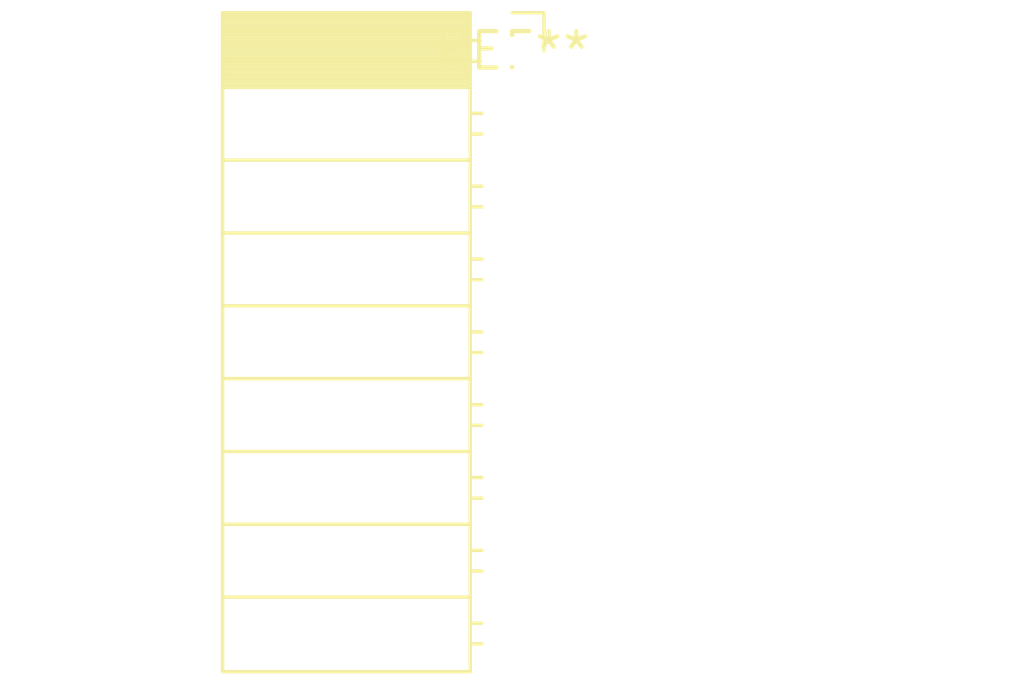
<source format=kicad_pcb>
(kicad_pcb (version 20240108) (generator pcbnew)
  (layers (0 "F.Cu" signal) (31 "B.Cu" signal) (34 "B.Paste" user) (35 "F.Paste" user) (36 "B.SilkS" user "B.Silkscreen") (37 "F.SilkS" user "F.Silkscreen") (38 "B.Mask" user) (39 "F.Mask" user) (44 "Edge.Cuts" user))
  (net 0 "")
  (footprint "PinSocket_1x09_P2.54mm_Horizontal" (layer "F.Cu") (at 0 0)
    (property "Reference" "REF**")
    (property "Value" "PinSocket_1x09_P2.54mm_Horizontal")
    (fp_line (start -10.09 -1.33) (end -10.09 21.65) (layer "F.SilkS") (stroke (width 0.12)))
    (fp_line (start -10.09 -1.33) (end -1.46 -1.33) (layer "F.SilkS") (stroke (width 0.12)))
    (fp_line (start -10.09 -1.21) (end -1.46 -1.21) (layer "F.SilkS") (stroke (width 0.12)))
    (fp_line (start -10.09 -1.091905) (end -1.46 -1.091905) (layer "F.SilkS") (stroke (width 0.12)))
    (fp_line (start -10.09 -0.97381) (end -1.46 -0.97381) (layer "F.SilkS") (stroke (width 0.12)))
    (fp_line (start -10.09 -0.855715) (end -1.46 -0.855715) (layer "F.SilkS") (stroke (width 0.12)))
    (fp_line (start -10.09 -0.73762) (end -1.46 -0.73762) (layer "F.SilkS") (stroke (width 0.12)))
    (fp_line (start -10.09 -0.619525) (end -1.46 -0.619525) (layer "F.SilkS") (stroke (width 0.12)))
    (fp_line (start -10.09 -0.50143) (end -1.46 -0.50143) (layer "F.SilkS") (stroke (width 0.12)))
    (fp_line (start -10.09 -0.383335) (end -1.46 -0.383335) (layer "F.SilkS") (stroke (width 0.12)))
    (fp_line (start -10.09 -0.26524) (end -1.46 -0.26524) (layer "F.SilkS") (stroke (width 0.12)))
    (fp_line (start -10.09 -0.147145) (end -1.46 -0.147145) (layer "F.SilkS") (stroke (width 0.12)))
    (fp_line (start -10.09 -0.02905) (end -1.46 -0.02905) (layer "F.SilkS") (stroke (width 0.12)))
    (fp_line (start -10.09 0.089045) (end -1.46 0.089045) (layer "F.SilkS") (stroke (width 0.12)))
    (fp_line (start -10.09 0.20714) (end -1.46 0.20714) (layer "F.SilkS") (stroke (width 0.12)))
    (fp_line (start -10.09 0.325235) (end -1.46 0.325235) (layer "F.SilkS") (stroke (width 0.12)))
    (fp_line (start -10.09 0.44333) (end -1.46 0.44333) (layer "F.SilkS") (stroke (width 0.12)))
    (fp_line (start -10.09 0.561425) (end -1.46 0.561425) (layer "F.SilkS") (stroke (width 0.12)))
    (fp_line (start -10.09 0.67952) (end -1.46 0.67952) (layer "F.SilkS") (stroke (width 0.12)))
    (fp_line (start -10.09 0.797615) (end -1.46 0.797615) (layer "F.SilkS") (stroke (width 0.12)))
    (fp_line (start -10.09 0.91571) (end -1.46 0.91571) (layer "F.SilkS") (stroke (width 0.12)))
    (fp_line (start -10.09 1.033805) (end -1.46 1.033805) (layer "F.SilkS") (stroke (width 0.12)))
    (fp_line (start -10.09 1.1519) (end -1.46 1.1519) (layer "F.SilkS") (stroke (width 0.12)))
    (fp_line (start -10.09 1.27) (end -1.46 1.27) (layer "F.SilkS") (stroke (width 0.12)))
    (fp_line (start -10.09 3.81) (end -1.46 3.81) (layer "F.SilkS") (stroke (width 0.12)))
    (fp_line (start -10.09 6.35) (end -1.46 6.35) (layer "F.SilkS") (stroke (width 0.12)))
    (fp_line (start -10.09 8.89) (end -1.46 8.89) (layer "F.SilkS") (stroke (width 0.12)))
    (fp_line (start -10.09 11.43) (end -1.46 11.43) (layer "F.SilkS") (stroke (width 0.12)))
    (fp_line (start -10.09 13.97) (end -1.46 13.97) (layer "F.SilkS") (stroke (width 0.12)))
    (fp_line (start -10.09 16.51) (end -1.46 16.51) (layer "F.SilkS") (stroke (width 0.12)))
    (fp_line (start -10.09 19.05) (end -1.46 19.05) (layer "F.SilkS") (stroke (width 0.12)))
    (fp_line (start -10.09 21.65) (end -1.46 21.65) (layer "F.SilkS") (stroke (width 0.12)))
    (fp_line (start -1.46 -1.33) (end -1.46 21.65) (layer "F.SilkS") (stroke (width 0.12)))
    (fp_line (start -1.46 -0.36) (end -1.11 -0.36) (layer "F.SilkS") (stroke (width 0.12)))
    (fp_line (start -1.46 0.36) (end -1.11 0.36) (layer "F.SilkS") (stroke (width 0.12)))
    (fp_line (start -1.46 2.18) (end -1.05 2.18) (layer "F.SilkS") (stroke (width 0.12)))
    (fp_line (start -1.46 2.9) (end -1.05 2.9) (layer "F.SilkS") (stroke (width 0.12)))
    (fp_line (start -1.46 4.72) (end -1.05 4.72) (layer "F.SilkS") (stroke (width 0.12)))
    (fp_line (start -1.46 5.44) (end -1.05 5.44) (layer "F.SilkS") (stroke (width 0.12)))
    (fp_line (start -1.46 7.26) (end -1.05 7.26) (layer "F.SilkS") (stroke (width 0.12)))
    (fp_line (start -1.46 7.98) (end -1.05 7.98) (layer "F.SilkS") (stroke (width 0.12)))
    (fp_line (start -1.46 9.8) (end -1.05 9.8) (layer "F.SilkS") (stroke (width 0.12)))
    (fp_line (start -1.46 10.52) (end -1.05 10.52) (layer "F.SilkS") (stroke (width 0.12)))
    (fp_line (start -1.46 12.34) (end -1.05 12.34) (layer "F.SilkS") (stroke (width 0.12)))
    (fp_line (start -1.46 13.06) (end -1.05 13.06) (layer "F.SilkS") (stroke (width 0.12)))
    (fp_line (start -1.46 14.88) (end -1.05 14.88) (layer "F.SilkS") (stroke (width 0.12)))
    (fp_line (start -1.46 15.6) (end -1.05 15.6) (layer "F.SilkS") (stroke (width 0.12)))
    (fp_line (start -1.46 17.42) (end -1.05 17.42) (layer "F.SilkS") (stroke (width 0.12)))
    (fp_line (start -1.46 18.14) (end -1.05 18.14) (layer "F.SilkS") (stroke (width 0.12)))
    (fp_line (start -1.46 19.96) (end -1.05 19.96) (layer "F.SilkS") (stroke (width 0.12)))
    (fp_line (start -1.46 20.68) (end -1.05 20.68) (layer "F.SilkS") (stroke (width 0.12)))
    (fp_line (start 0 -1.33) (end 1.11 -1.33) (layer "F.SilkS") (stroke (width 0.12)))
    (fp_line (start 1.11 -1.33) (end 1.11 0) (layer "F.SilkS") (stroke (width 0.12)))
    (pad "1" thru_hole rect (at 0 0) (size 1.7 1.7) (drill 1) (layers *.Cu *.Mask) (remove_unused_layers))
    (pad "2" thru_hole oval (at 0 2.54) (size 1.7 1.7) (drill 1) (layers *.Cu *.Mask) (remove_unused_layers))
    (pad "3" thru_hole oval (at 0 5.08) (size 1.7 1.7) (drill 1) (layers *.Cu *.Mask) (remove_unused_layers))
    (pad "4" thru_hole oval (at 0 7.62) (size 1.7 1.7) (drill 1) (layers *.Cu *.Mask) (remove_unused_layers))
    (pad "5" thru_hole oval (at 0 10.16) (size 1.7 1.7) (drill 1) (layers *.Cu *.Mask) (remove_unused_layers))
    (pad "6" thru_hole oval (at 0 12.7) (size 1.7 1.7) (drill 1) (layers *.Cu *.Mask) (remove_unused_layers))
    (pad "7" thru_hole oval (at 0 15.24) (size 1.7 1.7) (drill 1) (layers *.Cu *.Mask) (remove_unused_layers))
    (pad "8" thru_hole oval (at 0 17.78) (size 1.7 1.7) (drill 1) (layers *.Cu *.Mask) (remove_unused_layers))
    (pad "9" thru_hole oval (at 0 20.32) (size 1.7 1.7) (drill 1) (layers *.Cu *.Mask) (remove_unused_layers))
  )
)
</source>
